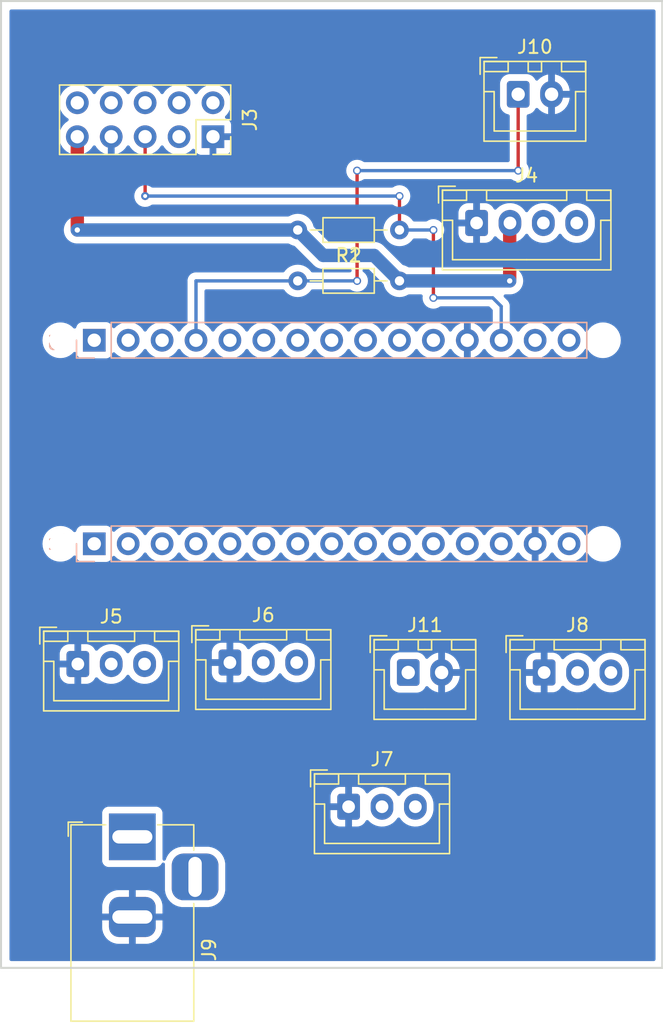
<source format=kicad_pcb>
(kicad_pcb (version 20221018) (generator pcbnew)
  (title_block (date "sam. 04 avril 2015"))
  (layers (0 "F.Cu" signal) (31 "B.Cu" signal) (34 "B.Paste" user) (35 "F.Paste" user) (36 "B.SilkS" user "B.Silkscreen") (37 "F.SilkS" user "F.Silkscreen") (38 "B.Mask" user) (39 "F.Mask" user) (44 "Edge.Cuts" user))
  (net 0 "")
  (net 1 "GND")
  (net 2 "/~{RESET}")
  (net 3 "VCC")
  (net 4 "/*D9")
  (net 5 "/D8")
  (net 6 "/D7")
  (net 7 "/*D6")
  (net 8 "/*D5")
  (net 9 "/D4")
  (net 10 "+5V")
  (net 11 "/A3")
  (net 12 "/A2")
  (net 13 "/A1")
  (net 14 "/A0")
  (net 15 "/AREF")
  (net 16 "/D0{slash}RX")
  (net 17 "/D1{slash}TX")
  (net 18 "+3V3")
  (net 19 "/A7")
  (net 20 "/A6")
  (net 21 "/A5{slash}SCL")
  (net 22 "/A4{slash}SDA")
  (net 23 "/D13{slash}SCK")
  (net 24 "/D2")
  (net 25 "/*D3")
  (net 26 "/*D10{slash}SS")
  (net 27 "/*D11{slash}MOSI")
  (net 28 "/D12{slash}MISO")
  (footprint "Connector_JST:JST_XH_B3B-XH-A_1x03_P2.50mm_Vertical" (layer "F.Cu") (at 137.505 108.365)
    (fp_text reference "J8" (at 2.5 -3.55) (layer "F.SilkS"))
    (fp_text value "to_ETC")
    (fp_line (start -2.85 -2.75) (end -2.85 -1.5) (stroke (width 0.12)) (layer "F.SilkS"))
    (fp_line (start -2.56 -2.46) (end -2.56 3.51) (stroke (width 0.12)) (layer "F.SilkS"))
    (fp_line (start -2.56 3.51) (end 7.56 3.51) (stroke (width 0.12)) (layer "F.SilkS"))
    (fp_line (start -2.55 -2.45) (end -2.55 -1.7) (stroke (width 0.12)) (layer "F.SilkS"))
    (fp_line (start -2.55 -1.7) (end -0.75 -1.7) (stroke (width 0.12)) (layer "F.SilkS"))
    (fp_line (start -2.55 -0.2) (end -1.8 -0.2) (stroke (width 0.12)) (layer "F.SilkS"))
    (fp_line (start -1.8 -0.2) (end -1.8 2.75) (stroke (width 0.12)) (layer "F.SilkS"))
    (fp_line (start -1.8 2.75) (end 2.5 2.75) (stroke (width 0.12)) (layer "F.SilkS"))
    (fp_line (start -1.6 -2.75) (end -2.85 -2.75) (stroke (width 0.12)) (layer "F.SilkS"))
    (fp_line (start -0.75 -2.45) (end -2.55 -2.45) (stroke (width 0.12)) (layer "F.SilkS"))
    (fp_line (start -0.75 -1.7) (end -0.75 -2.45) (stroke (width 0.12)) (layer "F.SilkS"))
    (fp_line (start 0.75 -2.45) (end 0.75 -1.7) (stroke (width 0.12)) (layer "F.SilkS"))
    (fp_line (start 0.75 -1.7) (end 4.25 -1.7) (stroke (width 0.12)) (layer "F.SilkS"))
    (fp_line (start 4.25 -2.45) (end 0.75 -2.45) (stroke (width 0.12)) (layer "F.SilkS"))
    (fp_line (start 4.25 -1.7) (end 4.25 -2.45) (stroke (width 0.12)) (layer "F.SilkS"))
    (fp_line (start 5.75 -2.45) (end 5.75 -1.7) (stroke (width 0.12)) (layer "F.SilkS"))
    (fp_line (start 5.75 -1.7) (end 7.55 -1.7) (stroke (width 0.12)) (layer "F.SilkS"))
    (fp_line (start 6.8 -0.2) (end 6.8 2.75) (stroke (width 0.12)) (layer "F.SilkS"))
    (fp_line (start 6.8 2.75) (end 2.5 2.75) (stroke (width 0.12)) (layer "F.SilkS"))
    (fp_line (start 7.55 -2.45) (end 5.75 -2.45) (stroke (width 0.12)) (layer "F.SilkS"))
    (fp_line (start 7.55 -1.7) (end 7.55 -2.45) (stroke (width 0.12)) (layer "F.SilkS"))
    (fp_line (start 7.55 -0.2) (end 6.8 -0.2) (stroke (width 0.12)) (layer "F.SilkS"))
    (fp_line (start 7.56 -2.46) (end -2.56 -2.46) (stroke (width 0.12)) (layer "F.SilkS"))
    (fp_line (start 7.56 3.51) (end 7.56 -2.46) (stroke (width 0.12)) (layer "F.SilkS"))
    (pad "1" thru_hole roundrect (at 0 0) (size 1.7 1.95) (drill 0.95) (layers "*.Cu" "*.Mask") (roundrect_rratio 0.147059) (net 1 "GND"))
    (pad "2" thru_hole oval (at 2.5 0) (size 1.7 1.95) (drill 0.95) (layers "*.Cu" "*.Mask") (net 11 "/A3"))
    (pad "3" thru_hole oval (at 5 0) (size 1.7 1.95) (drill 0.95) (layers "*.Cu" "*.Mask") (net 10 "+5V"))
  )
  (footprint "Arduino_MountingHole:MountingHole_65mil" (layer "F.Cu") (at 101.27 83.49)
    (fp_text reference "MH2" hide)
    (fp_text value "MountingHole_65mil" hide)
    (pad "" np_thru_hole circle locked (at 0 0) (size 1.651 1.651) (drill 1.651) (layers "F&B.Cu" "*.Mask"))
  )
  (footprint "Connector_BarrelJack:BarrelJack_Horizontal" (layer "F.Cu") (at 106.6625 120.67 90)
    (fp_text reference "J9" (at -8.45 5.75 90) (layer "F.SilkS"))
    (fp_text value "DC5V")
    (fp_line (start -13.8 -4.6) (end 0.9 -4.6) (stroke (width 0.12)) (layer "F.SilkS"))
    (fp_line (start -13.8 4.6) (end -13.8 -4.6) (stroke (width 0.12)) (layer "F.SilkS"))
    (fp_line (start -5 4.6) (end -13.8 4.6) (stroke (width 0.12)) (layer "F.SilkS"))
    (fp_line (start 0.05 -4.8) (end 1.1 -4.8) (stroke (width 0.12)) (layer "F.SilkS"))
    (fp_line (start 0.9 -4.6) (end 0.9 -2) (stroke (width 0.12)) (layer "F.SilkS"))
    (fp_line (start 0.9 1.9) (end 0.9 4.6) (stroke (width 0.12)) (layer "F.SilkS"))
    (fp_line (start 0.9 4.6) (end -1 4.6) (stroke (width 0.12)) (layer "F.SilkS"))
    (fp_line (start 1.1 -3.75) (end 1.1 -4.8) (stroke (width 0.12)) (layer "F.SilkS"))
    (pad "1" thru_hole rect (at 0 0 90) (size 3.5 3.5) (drill oval 1 3) (layers "*.Cu" "*.Mask") (net 10 "+5V"))
    (pad "2" thru_hole roundrect (at -6 0 90) (size 3 3.5) (drill oval 1 3) (layers "*.Cu" "*.Mask") (net 1 "GND"))
    (pad "3" thru_hole roundrect (at -3 4.7 90) (size 3.5 3.5) (drill oval 3 1) (layers "*.Cu" "*.Mask"))
  )
  (footprint "Connector_PinSocket_2.54mm:PinSocket_2x05_P2.54mm_Vertical" (layer "F.Cu") (at 112.7 68.25 -90)
    (fp_text reference "J3" (at -1.27 -2.77 90) (layer "F.SilkS"))
    (fp_text value "to_W5500")
    (fp_line (start -3.87 -1.33) (end -3.87 11.49) (stroke (width 0.12)) (layer "F.SilkS"))
    (fp_line (start -3.87 -1.33) (end -1.27 -1.33) (stroke (width 0.12)) (layer "F.SilkS"))
    (fp_line (start -3.87 11.49) (end 1.33 11.49) (stroke (width 0.12)) (layer "F.SilkS"))
    (fp_line (start -1.27 -1.33) (end -1.27 1.27) (stroke (width 0.12)) (layer "F.SilkS"))
    (fp_line (start -1.27 1.27) (end 1.33 1.27) (stroke (width 0.12)) (layer "F.SilkS"))
    (fp_line (start 0 -1.33) (end 1.33 -1.33) (stroke (width 0.12)) (layer "F.SilkS"))
    (fp_line (start 1.33 -1.33) (end 1.33 0) (stroke (width 0.12)) (layer "F.SilkS"))
    (fp_line (start 1.33 1.27) (end 1.33 11.49) (stroke (width 0.12)) (layer "F.SilkS"))
    (pad "1" thru_hole rect (at 0 0 270) (size 1.7 1.7) (drill 1) (layers "*.Cu" "*.Mask") (net 1 "GND"))
    (pad "2" thru_hole oval (at -2.54 0 270) (size 1.7 1.7) (drill 1) (layers "*.Cu" "*.Mask") (net 23 "/D13{slash}SCK"))
    (pad "3" thru_hole oval (at 0 2.54 270) (size 1.7 1.7) (drill 1) (layers "*.Cu" "*.Mask"))
    (pad "4" thru_hole oval (at -2.54 2.54 270) (size 1.7 1.7) (drill 1) (layers "*.Cu" "*.Mask") (net 26 "/*D10{slash}SS"))
    (pad "5" thru_hole oval (at 0 5.08 270) (size 1.7 1.7) (drill 1) (layers "*.Cu" "*.Mask") (net 2 "/~{RESET}"))
    (pad "6" thru_hole oval (at -2.54 5.08 270) (size 1.7 1.7) (drill 1) (layers "*.Cu" "*.Mask") (net 27 "/*D11{slash}MOSI"))
    (pad "7" thru_hole oval (at 0 7.62 270) (size 1.7 1.7) (drill 1) (layers "*.Cu" "*.Mask") (net 1 "GND"))
    (pad "8" thru_hole oval (at -2.54 7.62 270) (size 1.7 1.7) (drill 1) (layers "*.Cu" "*.Mask") (net 28 "/D12{slash}MISO"))
    (pad "9" thru_hole oval (at 0 10.16 270) (size 1.7 1.7) (drill 1) (layers "*.Cu" "*.Mask") (net 10 "+5V"))
    (pad "10" thru_hole oval (at -2.54 10.16 270) (size 1.7 1.7) (drill 1) (layers "*.Cu" "*.Mask"))
  )
  (footprint "Connector_JST:JST_XH_B2B-XH-A_1x02_P2.50mm_Vertical" (layer "F.Cu") (at 135.56 65.075)
    (fp_text reference "J10" (at 1.25 -3.55) (layer "F.SilkS"))
    (fp_text value "SELE")
    (fp_line (start -2.85 -2.75) (end -2.85 -1.5) (stroke (width 0.12)) (layer "F.SilkS"))
    (fp_line (start -2.56 -2.46) (end -2.56 3.51) (stroke (width 0.12)) (layer "F.SilkS"))
    (fp_line (start -2.56 3.51) (end 5.06 3.51) (stroke (width 0.12)) (layer "F.SilkS"))
    (fp_line (start -2.55 -2.45) (end -2.55 -1.7) (stroke (width 0.12)) (layer "F.SilkS"))
    (fp_line (start -2.55 -1.7) (end -0.75 -1.7) (stroke (width 0.12)) (layer "F.SilkS"))
    (fp_line (start -2.55 -0.2) (end -1.8 -0.2) (stroke (width 0.12)) (layer "F.SilkS"))
    (fp_line (start -1.8 -0.2) (end -1.8 2.75) (stroke (width 0.12)) (layer "F.SilkS"))
    (fp_line (start -1.8 2.75) (end 1.25 2.75) (stroke (width 0.12)) (layer "F.SilkS"))
    (fp_line (start -1.6 -2.75) (end -2.85 -2.75) (stroke (width 0.12)) (layer "F.SilkS"))
    (fp_line (start -0.75 -2.45) (end -2.55 -2.45) (stroke (width 0.12)) (layer "F.SilkS"))
    (fp_line (start -0.75 -1.7) (end -0.75 -2.45) (stroke (width 0.12)) (layer "F.SilkS"))
    (fp_line (start 0.75 -2.45) (end 0.75 -1.7) (stroke (width 0.12)) (layer "F.SilkS"))
    (fp_line (start 0.75 -1.7) (end 1.75 -1.7) (stroke (width 0.12)) (layer "F.SilkS"))
    (fp_line (start 1.75 -2.45) (end 0.75 -2.45) (stroke (width 0.12)) (layer "F.SilkS"))
    (fp_line (start 1.75 -1.7) (end 1.75 -2.45) (stroke (width 0.12)) (layer "F.SilkS"))
    (fp_line (start 3.25 -2.45) (end 3.25 -1.7) (stroke (width 0.12)) (layer "F.SilkS"))
    (fp_line (start 3.25 -1.7) (end 5.05 -1.7) (stroke (width 0.12)) (layer "F.SilkS"))
    (fp_line (start 4.3 -0.2) (end 4.3 2.75) (stroke (width 0.12)) (layer "F.SilkS"))
    (fp_line (start 4.3 2.75) (end 1.25 2.75) (stroke (width 0.12)) (layer "F.SilkS"))
    (fp_line (start 5.05 -2.45) (end 3.25 -2.45) (stroke (width 0.12)) (layer "F.SilkS"))
    (fp_line (start 5.05 -1.7) (end 5.05 -2.45) (stroke (width 0.12)) (layer "F.SilkS"))
    (fp_line (start 5.05 -0.2) (end 4.3 -0.2) (stroke (width 0.12)) (layer "F.SilkS"))
    (fp_line (start 5.06 -2.46) (end -2.56 -2.46) (stroke (width 0.12)) (layer "F.SilkS"))
    (fp_line (start 5.06 3.51) (end 5.06 -2.46) (stroke (width 0.12)) (layer "F.SilkS"))
    (pad "1" thru_hole roundrect (at 0 0) (size 1.7 2) (drill 1) (layers "*.Cu" "*.Mask") (roundrect_rratio 0.147059) (net 4 "/*D9"))
    (pad "2" thru_hole oval (at 2.5 0) (size 1.7 2) (drill 1) (layers "*.Cu" "*.Mask") (net 1 "GND"))
  )
  (footprint "Arduino_MountingHole:MountingHole_65mil" (layer "F.Cu") (at 141.91 98.73)
    (fp_text reference "MH4" hide)
    (fp_text value "MountingHole_65mil" hide)
    (pad "" np_thru_hole circle locked (at 0 0) (size 1.651 1.651) (drill 1.651) (layers "F&B.Cu" "*.Mask"))
  )
  (footprint "Connector_JST:JST_XH_B3B-XH-A_1x03_P2.50mm_Vertical" (layer "F.Cu") (at 113.97 107.62)
    (fp_text reference "J6" (at 2.5 -3.55) (layer "F.SilkS"))
    (fp_text value "to_HUMI")
    (fp_line (start -2.85 -2.75) (end -2.85 -1.5) (stroke (width 0.12)) (layer "F.SilkS"))
    (fp_line (start -2.56 -2.46) (end -2.56 3.51) (stroke (width 0.12)) (layer "F.SilkS"))
    (fp_line (start -2.56 3.51) (end 7.56 3.51) (stroke (width 0.12)) (layer "F.SilkS"))
    (fp_line (start -2.55 -2.45) (end -2.55 -1.7) (stroke (width 0.12)) (layer "F.SilkS"))
    (fp_line (start -2.55 -1.7) (end -0.75 -1.7) (stroke (width 0.12)) (layer "F.SilkS"))
    (fp_line (start -2.55 -0.2) (end -1.8 -0.2) (stroke (width 0.12)) (layer "F.SilkS"))
    (fp_line (start -1.8 -0.2) (end -1.8 2.75) (stroke (width 0.12)) (layer "F.SilkS"))
    (fp_line (start -1.8 2.75) (end 2.5 2.75) (stroke (width 0.12)) (layer "F.SilkS"))
    (fp_line (start -1.6 -2.75) (end -2.85 -2.75) (stroke (width 0.12)) (layer "F.SilkS"))
    (fp_line (start -0.75 -2.45) (end -2.55 -2.45) (stroke (width 0.12)) (layer "F.SilkS"))
    (fp_line (start -0.75 -1.7) (end -0.75 -2.45) (stroke (width 0.12)) (layer "F.SilkS"))
    (fp_line (start 0.75 -2.45) (end 0.75 -1.7) (stroke (width 0.12)) (layer "F.SilkS"))
    (fp_line (start 0.75 -1.7) (end 4.25 -1.7) (stroke (width 0.12)) (layer "F.SilkS"))
    (fp_line (start 4.25 -2.45) (end 0.75 -2.45) (stroke (width 0.12)) (layer "F.SilkS"))
    (fp_line (start 4.25 -1.7) (end 4.25 -2.45) (stroke (width 0.12)) (layer "F.SilkS"))
    (fp_line (start 5.75 -2.45) (end 5.75 -1.7) (stroke (width 0.12)) (layer "F.SilkS"))
    (fp_line (start 5.75 -1.7) (end 7.55 -1.7) (stroke (width 0.12)) (layer "F.SilkS"))
    (fp_line (start 6.8 -0.2) (end 6.8 2.75) (stroke (width 0.12)) (layer "F.SilkS"))
    (fp_line (start 6.8 2.75) (end 2.5 2.75) (stroke (width 0.12)) (layer "F.SilkS"))
    (fp_line (start 7.55 -2.45) (end 5.75 -2.45) (stroke (width 0.12)) (layer "F.SilkS"))
    (fp_line (start 7.55 -1.7) (end 7.55 -2.45) (stroke (width 0.12)) (layer "F.SilkS"))
    (fp_line (start 7.55 -0.2) (end 6.8 -0.2) (stroke (width 0.12)) (layer "F.SilkS"))
    (fp_line (start 7.56 -2.46) (end -2.56 -2.46) (stroke (width 0.12)) (layer "F.SilkS"))
    (fp_line (start 7.56 3.51) (end 7.56 -2.46) (stroke (width 0.12)) (layer "F.SilkS"))
    (pad "1" thru_hole roundrect (at 0 0) (size 1.7 1.95) (drill 0.95) (layers "*.Cu" "*.Mask") (roundrect_rratio 0.147059) (net 1 "GND"))
    (pad "2" thru_hole oval (at 2.5 0) (size 1.7 1.95) (drill 0.95) (layers "*.Cu" "*.Mask") (net 13 "/A1"))
    (pad "3" thru_hole oval (at 5 0) (size 1.7 1.95) (drill 0.95) (layers "*.Cu" "*.Mask") (net 10 "+5V"))
  )
  (footprint "Connector_JST:JST_XH_B2B-XH-A_1x02_P2.50mm_Vertical" (layer "F.Cu") (at 127.325 108.365)
    (fp_text reference "J11" (at 1.25 -3.55) (layer "F.SilkS"))
    (fp_text value "RESET")
    (fp_line (start -2.85 -2.75) (end -2.85 -1.5) (stroke (width 0.12)) (layer "F.SilkS"))
    (fp_line (start -2.56 -2.46) (end -2.56 3.51) (stroke (width 0.12)) (layer "F.SilkS"))
    (fp_line (start -2.56 3.51) (end 5.06 3.51) (stroke (width 0.12)) (layer "F.SilkS"))
    (fp_line (start -2.55 -2.45) (end -2.55 -1.7) (stroke (width 0.12)) (layer "F.SilkS"))
    (fp_line (start -2.55 -1.7) (end -0.75 -1.7) (stroke (width 0.12)) (layer "F.SilkS"))
    (fp_line (start -2.55 -0.2) (end -1.8 -0.2) (stroke (width 0.12)) (layer "F.SilkS"))
    (fp_line (start -1.8 -0.2) (end -1.8 2.75) (stroke (width 0.12)) (layer "F.SilkS"))
    (fp_line (start -1.8 2.75) (end 1.25 2.75) (stroke (width 0.12)) (layer "F.SilkS"))
    (fp_line (start -1.6 -2.75) (end -2.85 -2.75) (stroke (width 0.12)) (layer "F.SilkS"))
    (fp_line (start -0.75 -2.45) (end -2.55 -2.45) (stroke (width 0.12)) (layer "F.SilkS"))
    (fp_line (start -0.75 -1.7) (end -0.75 -2.45) (stroke (width 0.12)) (layer "F.SilkS"))
    (fp_line (start 0.75 -2.45) (end 0.75 -1.7) (stroke (width 0.12)) (layer "F.SilkS"))
    (fp_line (start 0.75 -1.7) (end 1.75 -1.7) (stroke (width 0.12)) (layer "F.SilkS"))
    (fp_line (start 1.75 -2.45) (end 0.75 -2.45) (stroke (width 0.12)) (layer "F.SilkS"))
    (fp_line (start 1.75 -1.7) (end 1.75 -2.45) (stroke (width 0.12)) (layer "F.SilkS"))
    (fp_line (start 3.25 -2.45) (end 3.25 -1.7) (stroke (width 0.12)) (layer "F.SilkS"))
    (fp_line (start 3.25 -1.7) (end 5.05 -1.7) (stroke (width 0.12)) (layer "F.SilkS"))
    (fp_line (start 4.3 -0.2) (end 4.3 2.75) (stroke (width 0.12)) (layer "F.SilkS"))
    (fp_line (start 4.3 2.75) (end 1.25 2.75) (stroke (width 0.12)) (layer "F.SilkS"))
    (fp_line (start 5.05 -2.45) (end 3.25 -2.45) (stroke (width 0.12)) (layer "F.SilkS"))
    (fp_line (start 5.05 -1.7) (end 5.05 -2.45) (stroke (width 0.12)) (layer "F.SilkS"))
    (fp_line (start 5.05 -0.2) (end 4.3 -0.2) (stroke (width 0.12)) (layer "F.SilkS"))
    (fp_line (start 5.06 -2.46) (end -2.56 -2.46) (stroke (width 0.12)) (layer "F.SilkS"))
    (fp_line (start 5.06 3.51) (end 5.06 -2.46) (stroke (width 0.12)) (layer "F.SilkS"))
    (pad "1" thru_hole roundrect (at 0 0) (size 1.7 2) (drill 1) (layers "*.Cu" "*.Mask") (roundrect_rratio 0.147059) (net 2 "/~{RESET}"))
    (pad "2" thru_hole oval (at 2.5 0) (size 1.7 2) (drill 1) (layers "*.Cu" "*.Mask") (net 1 "GND"))
  )
  (footprint "Connector_JST:JST_XH_B4B-XH-A_1x04_P2.50mm_Vertical" (layer "F.Cu") (at 132.445 74.71)
    (fp_text reference "J4" (at 3.75 -3.55) (layer "F.SilkS"))
    (fp_text value "to_LCD")
    (fp_line (start -2.85 -2.75) (end -2.85 -1.5) (stroke (width 0.12)) (layer "F.SilkS"))
    (fp_line (start -2.56 -2.46) (end -2.56 3.51) (stroke (width 0.12)) (layer "F.SilkS"))
    (fp_line (start -2.56 3.51) (end 10.06 3.51) (stroke (width 0.12)) (layer "F.SilkS"))
    (fp_line (start -2.55 -2.45) (end -2.55 -1.7) (stroke (width 0.12)) (layer "F.SilkS"))
    (fp_line (start -2.55 -1.7) (end -0.75 -1.7) (stroke (width 0.12)) (layer "F.SilkS"))
    (fp_line (start -2.55 -0.2) (end -1.8 -0.2) (stroke (width 0.12)) (layer "F.SilkS"))
    (fp_line (start -1.8 -0.2) (end -1.8 2.75) (stroke (width 0.12)) (layer "F.SilkS"))
    (fp_line (start -1.8 2.75) (end 3.75 2.75) (stroke (width 0.12)) (layer "F.SilkS"))
    (fp_line (start -1.6 -2.75) (end -2.85 -2.75) (stroke (width 0.12)) (layer "F.SilkS"))
    (fp_line (start -0.75 -2.45) (end -2.55 -2.45) (stroke (width 0.12)) (layer "F.SilkS"))
    (fp_line (start -0.75 -1.7) (end -0.75 -2.45) (stroke (width 0.12)) (layer "F.SilkS"))
    (fp_line (start 0.75 -2.45) (end 0.75 -1.7) (stroke (width 0.12)) (layer "F.SilkS"))
    (fp_line (start 0.75 -1.7) (end 6.75 -1.7) (stroke (width 0.12)) (layer "F.SilkS"))
    (fp_line (start 6.75 -2.45) (end 0.75 -2.45) (stroke (width 0.12)) (layer "F.SilkS"))
    (fp_line (start 6.75 -1.7) (end 6.75 -2.45) (stroke (width 0.12)) (layer "F.SilkS"))
    (fp_line (start 8.25 -2.45) (end 8.25 -1.7) (stroke (width 0.12)) (layer "F.SilkS"))
    (fp_line (start 8.25 -1.7) (end 10.05 -1.7) (stroke (width 0.12)) (layer "F.SilkS"))
    (fp_line (start 9.3 -0.2) (end 9.3 2.75) (stroke (width 0.12)) (layer "F.SilkS"))
    (fp_line (start 9.3 2.75) (end 3.75 2.75) (stroke (width 0.12)) (layer "F.SilkS"))
    (fp_line (start 10.05 -2.45) (end 8.25 -2.45) (stroke (width 0.12)) (layer "F.SilkS"))
    (fp_line (start 10.05 -1.7) (end 10.05 -2.45) (stroke (width 0.12)) (layer "F.SilkS"))
    (fp_line (start 10.05 -0.2) (end 9.3 -0.2) (stroke (width 0.12)) (layer "F.SilkS"))
    (fp_line (start 10.06 -2.46) (end -2.56 -2.46) (stroke (width 0.12)) (layer "F.SilkS"))
    (fp_line (start 10.06 3.51) (end 10.06 -2.46) (stroke (width 0.12)) (layer "F.SilkS"))
    (pad "1" thru_hole roundrect (at 0 0) (size 1.7 1.95) (drill 0.95) (layers "*.Cu" "*.Mask") (roundrect_rratio 0.147059) (net 1 "GND"))
    (pad "2" thru_hole oval (at 2.5 0) (size 1.7 1.95) (drill 0.95) (layers "*.Cu" "*.Mask") (net 10 "+5V"))
    (pad "3" thru_hole oval (at 5 0) (size 1.7 1.95) (drill 0.95) (layers "*.Cu" "*.Mask") (net 22 "/A4{slash}SDA"))
    (pad "4" thru_hole oval (at 7.5 0) (size 1.7 1.95) (drill 0.95) (layers "*.Cu" "*.Mask") (net 21 "/A5{slash}SCL"))
  )
  (footprint "Connector_JST:JST_XH_B3B-XH-A_1x03_P2.50mm_Vertical" (layer "F.Cu") (at 122.86 118.415)
    (fp_text reference "J7" (at 2.5 -3.55) (layer "F.SilkS"))
    (fp_text value "to_ILLU")
    (fp_line (start -2.85 -2.75) (end -2.85 -1.5) (stroke (width 0.12)) (layer "F.SilkS"))
    (fp_line (start -2.56 -2.46) (end -2.56 3.51) (stroke (width 0.12)) (layer "F.SilkS"))
    (fp_line (start -2.56 3.51) (end 7.56 3.51) (stroke (width 0.12)) (layer "F.SilkS"))
    (fp_line (start -2.55 -2.45) (end -2.55 -1.7) (stroke (width 0.12)) (layer "F.SilkS"))
    (fp_line (start -2.55 -1.7) (end -0.75 -1.7) (stroke (width 0.12)) (layer "F.SilkS"))
    (fp_line (start -2.55 -0.2) (end -1.8 -0.2) (stroke (width 0.12)) (layer "F.SilkS"))
    (fp_line (start -1.8 -0.2) (end -1.8 2.75) (stroke (width 0.12)) (layer "F.SilkS"))
    (fp_line (start -1.8 2.75) (end 2.5 2.75) (stroke (width 0.12)) (layer "F.SilkS"))
    (fp_line (start -1.6 -2.75) (end -2.85 -2.75) (stroke (width 0.12)) (layer "F.SilkS"))
    (fp_line (start -0.75 -2.45) (end -2.55 -2.45) (stroke (width 0.12)) (layer "F.SilkS"))
    (fp_line (start -0.75 -1.7) (end -0.75 -2.45) (stroke (width 0.12)) (layer "F.SilkS"))
    (fp_line (start 0.75 -2.45) (end 0.75 -1.7) (stroke (width 0.12)) (layer "F.SilkS"))
    (fp_line (start 0.75 -1.7) (end 4.25 -1.7) (stroke (width 0.12)) (layer "F.SilkS"))
    (fp_line (start 4.25 -2.45) (end 0.75 -2.45) (stroke (width 0.12)) (layer "F.SilkS"))
    (fp_line (start 4.25 -1.7) (end 4.25 -2.45) (stroke (width 0.12)) (layer "F.SilkS"))
    (fp_line (start 5.75 -2.45) (end 5.75 -1.7) (stroke (width 0.12)) (layer "F.SilkS"))
    (fp_line (start 5.75 -1.7) (end 7.55 -1.7) (stroke (width 0.12)) (layer "F.SilkS"))
    (fp_line (start 6.8 -0.2) (end 6.8 2.75) (stroke (width 0.12)) (layer "F.SilkS"))
    (fp_line (start 6.8 2.75) (end 2.5 2.75) (stroke (width 0.12)) (layer "F.SilkS"))
    (fp_line (start 7.55 -2.45) (end 5.75 -2.45) (stroke (width 0.12)) (layer "F.SilkS"))
    (fp_line (start 7.55 -1.7) (end 7.55 -2.45) (stroke (width 0.12)) (layer "F.SilkS"))
    (fp_line (start 7.55 -0.2) (end 6.8 -0.2) (stroke (width 0.12)) (layer "F.SilkS"))
    (fp_line (start 7.56 -2.46) (end -2.56 -2.46) (stroke (width 0.12)) (layer "F.SilkS"))
    (fp_line (start 7.56 3.51) (end 7.56 -2.46) (stroke (width 0.12)) (layer "F.SilkS"))
    (pad "1" thru_hole roundrect (at 0 0) (size 1.7 1.95) (drill 0.95) (layers "*.Cu" "*.Mask") (roundrect_rratio 0.147059) (net 1 "GND"))
    (pad "2" thru_hole oval (at 2.5 0) (size 1.7 1.95) (drill 0.95) (layers "*.Cu" "*.Mask") (net 12 "/A2"))
    (pad "3" thru_hole oval (at 5 0) (size 1.7 1.95) (drill 0.95) (layers "*.Cu" "*.Mask") (net 10 "+5V"))
  )
  (footprint "Arduino_MountingHole:MountingHole_65mil" (layer "F.Cu") (at 101.27 98.73)
    (fp_text reference "MH1" hide)
    (fp_text value "MountingHole_65mil" hide)
    (pad "" np_thru_hole circle locked (at 0 0) (size 1.651 1.651) (drill 1.651) (layers "F&B.Cu" "*.Mask"))
  )
  (footprint "Arduino_MountingHole:MountingHole_65mil" (layer "F.Cu") (at 141.91 83.49)
    (fp_text reference "MH3" hide)
    (fp_text value "MountingHole_65mil" hide)
    (pad "" np_thru_hole circle locked (at 0 0) (size 1.651 1.651) (drill 1.651) (layers "F&B.Cu" "*.Mask"))
  )
  (footprint "Connector_JST:JST_XH_B3B-XH-A_1x03_P2.50mm_Vertical" (layer "F.Cu") (at 102.58 107.73)
    (fp_text reference "J5" (at 2.5 -3.55) (layer "F.SilkS"))
    (fp_text value "to_TEMP")
    (fp_line (start -2.85 -2.75) (end -2.85 -1.5) (stroke (width 0.12)) (layer "F.SilkS"))
    (fp_line (start -2.56 -2.46) (end -2.56 3.51) (stroke (width 0.12)) (layer "F.SilkS"))
    (fp_line (start -2.56 3.51) (end 7.56 3.51) (stroke (width 0.12)) (layer "F.SilkS"))
    (fp_line (start -2.55 -2.45) (end -2.55 -1.7) (stroke (width 0.12)) (layer "F.SilkS"))
    (fp_line (start -2.55 -1.7) (end -0.75 -1.7) (stroke (width 0.12)) (layer "F.SilkS"))
    (fp_line (start -2.55 -0.2) (end -1.8 -0.2) (stroke (width 0.12)) (layer "F.SilkS"))
    (fp_line (start -1.8 -0.2) (end -1.8 2.75) (stroke (width 0.12)) (layer "F.SilkS"))
    (fp_line (start -1.8 2.75) (end 2.5 2.75) (stroke (width 0.12)) (layer "F.SilkS"))
    (fp_line (start -1.6 -2.75) (end -2.85 -2.75) (stroke (width 0.12)) (layer "F.SilkS"))
    (fp_line (start -0.75 -2.45) (end -2.55 -2.45) (stroke (width 0.12)) (layer "F.SilkS"))
    (fp_line (start -0.75 -1.7) (end -0.75 -2.45) (stroke (width 0.12)) (layer "F.SilkS"))
    (fp_line (start 0.75 -2.45) (end 0.75 -1.7) (stroke (width 0.12)) (layer "F.SilkS"))
    (fp_line (start 0.75 -1.7) (end 4.25 -1.7) (stroke (width 0.12)) (layer "F.SilkS"))
    (fp_line (start 4.25 -2.45) (end 0.75 -2.45) (stroke (width 0.12)) (layer "F.SilkS"))
    (fp_line (start 4.25 -1.7) (end 4.25 -2.45) (stroke (width 0.12)) (layer "F.SilkS"))
    (fp_line (start 5.75 -2.45) (end 5.75 -1.7) (stroke (width 0.12)) (layer "F.SilkS"))
    (fp_line (start 5.75 -1.7) (end 7.55 -1.7) (stroke (width 0.12)) (layer "F.SilkS"))
    (fp_line (start 6.8 -0.2) (end 6.8 2.75) (stroke (width 0.12)) (layer "F.SilkS"))
    (fp_line (start 6.8 2.75) (end 2.5 2.75) (stroke (width 0.12)) (layer "F.SilkS"))
    (fp_line (start 7.55 -2.45) (end 5.75 -2.45) (stroke (width 0.12)) (layer "F.SilkS"))
    (fp_line (start 7.55 -1.7) (end 7.55 -2.45) (stroke (width 0.12)) (layer "F.SilkS"))
    (fp_line (start 7.55 -0.2) (end 6.8 -0.2) (stroke (width 0.12)) (layer "F.SilkS"))
    (fp_line (start 7.56 -2.46) (end -2.56 -2.46) (stroke (width 0.12)) (layer "F.SilkS"))
    (fp_line (start 7.56 3.51) (end 7.56 -2.46) (stroke (width 0.12)) (layer "F.SilkS"))
    (pad "1" thru_hole roundrect (at 0 0) (size 1.7 1.95) (drill 0.95) (layers "*.Cu" "*.Mask") (roundrect_rratio 0.147059) (net 1 "GND"))
    (pad "2" thru_hole oval (at 2.5 0) (size 1.7 1.95) (drill 0.95) (layers "*.Cu" "*.Mask") (net 14 "/A0"))
    (pad "3" thru_hole oval (at 5 0) (size 1.7 1.95) (drill 0.95) (layers "*.Cu" "*.Mask") (net 10 "+5V"))
  )
  (footprint "Resistor_THT:R_Axial_DIN0204_L3.6mm_D1.6mm_P7.62mm_Horizontal" (layer "F.Cu") (at 126.67 75.235 180)
    (fp_text reference "R1" (at 3.81 -1.92) (layer "F.SilkS"))
    (fp_text value "10k")
    (fp_line (start 0.94 0) (end 1.89 0) (stroke (width 0.12)) (layer "F.SilkS"))
    (fp_line (start 1.89 -0.92) (end 1.89 0.92) (stroke (width 0.12)) (layer "F.SilkS"))
    (fp_line (start 1.89 0.92) (end 5.73 0.92) (stroke (width 0.12)) (layer "F.SilkS"))
    (fp_line (start 5.73 -0.92) (end 1.89 -0.92) (stroke (width 0.12)) (layer "F.SilkS"))
    (fp_line (start 5.73 0.92) (end 5.73 -0.92) (stroke (width 0.12)) (layer "F.SilkS"))
    (fp_line (start 6.68 0) (end 5.73 0) (stroke (width 0.12)) (layer "F.SilkS"))
    (pad "1" thru_hole circle (at 0 0 180) (size 1.4 1.4) (drill 0.7) (layers "*.Cu" "*.Mask") (net 2 "/~{RESET}"))
    (pad "2" thru_hole oval (at 7.62 0 180) (size 1.4 1.4) (drill 0.7) (layers "*.Cu" "*.Mask") (net 10 "+5V"))
  )
  (footprint "Resistor_THT:R_Axial_DIN0204_L3.6mm_D1.6mm_P7.62mm_Horizontal" (layer "F.Cu") (at 119.05 79.045)
    (fp_text reference "R2" (at 3.81 -1.92) (layer "F.SilkS"))
    (fp_text value "10k")
    (fp_line (start 0.94 0) (end 1.89 0) (stroke (width 0.12)) (layer "F.SilkS"))
    (fp_line (start 1.89 -0.92) (end 1.89 0.92) (stroke (width 0.12)) (layer "F.SilkS"))
    (fp_line (start 1.89 0.92) (end 5.73 0.92) (stroke (width 0.12)) (layer "F.SilkS"))
    (fp_line (start 5.73 -0.92) (end 1.89 -0.92) (stroke (width 0.12)) (layer "F.SilkS"))
    (fp_line (start 5.73 0.92) (end 5.73 -0.92) (stroke (width 0.12)) (layer "F.SilkS"))
    (fp_line (start 6.68 0) (end 5.73 0) (stroke (width 0.12)) (layer "F.SilkS"))
    (pad "1" thru_hole circle (at 0 0) (size 1.4 1.4) (drill 0.7) (layers "*.Cu" "*.Mask") (net 4 "/*D9"))
    (pad "2" thru_hole oval (at 7.62 0) (size 1.4 1.4) (drill 0.7) (layers "*.Cu" "*.Mask") (net 10 "+5V"))
  )
  (footprint "Connector_PinSocket_2.54mm:PinSocket_1x15_P2.54mm_Vertical" (layer "B.Cu") (at 103.81 98.73 -90)
    (fp_text reference "J1" (at 0 2.77 90) (layer "B.SilkS") (effects (justify mirror)))
    (fp_text value "Analog")
    (fp_line (start -1.33 -36.89) (end 1.33 -36.89) (stroke (width 0.12)) (layer "B.SilkS"))
    (fp_line (start -1.33 -1.27) (end -1.33 -36.89) (stroke (width 0.12)) (layer "B.SilkS"))
    (fp_line (start -1.33 -1.27) (end 1.33 -1.27) (stroke (width 0.12)) (layer "B.SilkS"))
    (fp_line (start 0 1.33) (end 1.33 1.33) (stroke (width 0.12)) (layer "B.SilkS"))
    (fp_line (start 1.33 -1.27) (end 1.33 -36.89) (stroke (width 0.12)) (layer "B.SilkS"))
    (fp_line (start 1.33 1.33) (end 1.33 0) (stroke (width 0.12)) (layer "B.SilkS"))
    (pad "1" thru_hole rect locked (at 0 0 270) (size 1.7 1.7) (drill 1) (layers "*.Cu" "*.Mask") (net 23 "/D13{slash}SCK"))
    (pad "2" thru_hole oval locked (at 0 -2.54 270) (size 1.7 1.7) (drill 1) (layers "*.Cu" "*.Mask") (net 18 "+3V3"))
    (pad "3" thru_hole oval locked (at 0 -5.08 270) (size 1.7 1.7) (drill 1) (layers "*.Cu" "*.Mask") (net 15 "/AREF"))
    (pad "4" thru_hole oval locked (at 0 -7.62 270) (size 1.7 1.7) (drill 1) (layers "*.Cu" "*.Mask") (net 14 "/A0"))
    (pad "5" thru_hole oval locked (at 0 -10.16 270) (size 1.7 1.7) (drill 1) (layers "*.Cu" "*.Mask") (net 13 "/A1"))
    (pad "6" thru_hole oval locked (at 0 -12.7 270) (size 1.7 1.7) (drill 1) (layers "*.Cu" "*.Mask") (net 12 "/A2"))
    (pad "7" thru_hole oval locked (at 0 -15.24 270) (size 1.7 1.7) (drill 1) (layers "*.Cu" "*.Mask") (net 11 "/A3"))
    (pad "8" thru_hole oval locked (at 0 -17.78 270) (size 1.7 1.7) (drill 1) (layers "*.Cu" "*.Mask") (net 22 "/A4{slash}SDA"))
    (pad "9" thru_hole oval locked (at 0 -20.32 270) (size 1.7 1.7) (drill 1) (layers "*.Cu" "*.Mask") (net 21 "/A5{slash}SCL"))
    (pad "10" thru_hole oval locked (at 0 -22.86 270) (size 1.7 1.7) (drill 1) (layers "*.Cu" "*.Mask") (net 20 "/A6"))
    (pad "11" thru_hole oval locked (at 0 -25.4 270) (size 1.7 1.7) (drill 1) (layers "*.Cu" "*.Mask") (net 19 "/A7"))
    (pad "12" thru_hole oval locked (at 0 -27.94 270) (size 1.7 1.7) (drill 1) (layers "*.Cu" "*.Mask") (net 10 "+5V"))
    (pad "13" thru_hole oval locked (at 0 -30.48 270) (size 1.7 1.7) (drill 1) (layers "*.Cu" "*.Mask") (net 2 "/~{RESET}"))
    (pad "14" thru_hole oval locked (at 0 -33.02 270) (size 1.7 1.7) (drill 1) (layers "*.Cu" "*.Mask") (net 1 "GND"))
    (pad "15" thru_hole oval locked (at 0 -35.56 270) (size 1.7 1.7) (drill 1) (layers "*.Cu" "*.Mask") (net 3 "VCC"))
  )
  (footprint "Connector_PinSocket_2.54mm:PinSocket_1x15_P2.54mm_Vertical" (layer "B.Cu") (at 103.81 83.49 -90)
    (fp_text reference "J2" (at 0 2.77 90) (layer "B.SilkS") (effects (justify mirror)))
    (fp_text value "Digital")
    (fp_line (start -1.33 -36.89) (end 1.33 -36.89) (stroke (width 0.12)) (layer "B.SilkS"))
    (fp_line (start -1.33 -1.27) (end -1.33 -36.89) (stroke (width 0.12)) (layer "B.SilkS"))
    (fp_line (start -1.33 -1.27) (end 1.33 -1.27) (stroke (width 0.12)) (layer "B.SilkS"))
    (fp_line (start 0 1.33) (end 1.33 1.33) (stroke (width 0.12)) (layer "B.SilkS"))
    (fp_line (start 1.33 -1.27) (end 1.33 -36.89) (stroke (width 0.12)) (layer "B.SilkS"))
    (fp_line (start 1.33 1.33) (end 1.33 0) (stroke (width 0.12)) (layer "B.SilkS"))
    (pad "1" thru_hole rect locked (at 0 0 270) (size 1.7 1.7) (drill 1) (layers "*.Cu" "*.Mask") (net 28 "/D12{slash}MISO"))
    (pad "2" thru_hole oval locked (at 0 -2.54 270) (size 1.7 1.7) (drill 1) (layers "*.Cu" "*.Mask") (net 27 "/*D11{slash}MOSI"))
    (pad "3" thru_hole oval locked (at 0 -5.08 270) (size 1.7 1.7) (drill 1) (layers "*.Cu" "*.Mask") (net 26 "/*D10{slash}SS"))
    (pad "4" thru_hole oval locked (at 0 -7.62 270) (size 1.7 1.7) (drill 1) (layers "*.Cu" "*.Mask") (net 4 "/*D9"))
    (pad "5" thru_hole oval locked (at 0 -10.16 270) (size 1.7 1.7) (drill 1) (layers "*.Cu" "*.Mask") (net 5 "/D8"))
    (pad "6" thru_hole oval locked (at 0 -12.7 270) (size 1.7 1.7) (drill 1) (layers "*.Cu" "*.Mask") (net 6 "/D7"))
    (pad "7" thru_hole oval locked (at 0 -15.24 270) (size 1.7 1.7) (drill 1) (layers "*.Cu" "*.Mask") (net 7 "/*D6"))
    (pad "8" thru_hole oval locked (at 0 -17.78 270) (size 1.7 1.7) (drill 1) (layers "*.Cu" "*.Mask") (net 8 "/*D5"))
    (pad "9" thru_hole oval locked (at 0 -20.32 270) (size 1.7 1.7) (drill 1) (layers "*.Cu" "*.Mask") (net 9 "/D4"))
    (pad "10" thru_hole oval locked (at 0 -22.86 270) (size 1.7 1.7) (drill 1) (layers "*.Cu" "*.Mask") (net 25 "/*D3"))
    (pad "11" thru_hole oval locked (at 0 -25.4 270) (size 1.7 1.7) (drill 1) (layers "*.Cu" "*.Mask") (net 24 "/D2"))
    (pad "12" thru_hole oval locked (at 0 -27.94 270) (size 1.7 1.7) (drill 1) (layers "*.Cu" "*.Mask") (net 1 "GND"))
    (pad "13" thru_hole oval locked (at 0 -30.48 270) (size 1.7 1.7) (drill 1) (layers "*.Cu" "*.Mask") (net 2 "/~{RESET}"))
    (pad "14" thru_hole oval locked (at 0 -33.02 270) (size 1.7 1.7) (drill 1) (layers "*.Cu" "*.Mask") (net 16 "/D0{slash}RX"))
    (pad "15" thru_hole oval locked (at 0 -35.56 270) (size 1.7 1.7) (drill 1) (layers "*.Cu" "*.Mask") (net 17 "/D1{slash}TX"))
  )
  (gr_rect (start 96.825 58.09) (end 146.355 130.48) (stroke (width 0.15)) (fill none) (layer "Edge.Cuts"))
  (segment (start 107.62 68.25) (end 107.62 72.695) (width 0.25) (layer "F.Cu") (net 2))
  (segment (start 129.21 75.235) (end 129.21 80.315) (width 0.25) (layer "F.Cu") (net 2))
  (segment (start 126.67 72.695) (end 126.67 75.235) (width 0.25) (layer "F.Cu") (net 2))
  (via (at 129.21 80.315) (size 0.6) (drill 0.4) (layers "F.Cu" "B.Cu") (net 2))
  (via (at 107.62 72.695) (size 0.6) (drill 0.3) (layers "F.Cu" "B.Cu") (net 2))
  (via (at 126.67 72.695) (size 0.6) (drill 0.4) (layers "F.Cu" "B.Cu") (net 2))
  (via (at 129.21 75.235) (size 0.6) (drill 0.4) (layers "F.Cu" "B.Cu") (net 2))
  (segment (start 133.655 80.315) (end 134.29 80.95) (width 0.25) (layer "B.Cu") (net 2))
  (segment (start 107.62 72.695) (end 126.67 72.695) (width 0.25) (layer "B.Cu") (net 2))
  (segment (start 126.67 75.235) (end 129.21 75.235) (width 0.25) (layer "B.Cu") (net 2))
  (segment (start 129.21 80.315) (end 133.655 80.315) (width 0.25) (layer "B.Cu") (net 2))
  (segment (start 134.29 80.95) (end 134.29 83.49) (width 0.25) (layer "B.Cu") (net 2))
  (segment (start 135.56 70.79) (end 135.56 65.075) (width 0.25) (layer "F.Cu") (net 4))
  (segment (start 123.495 79.045) (end 123.495 70.79) (width 0.25) (layer "F.Cu") (net 4))
  (via (at 123.495 79.045) (size 0.6) (drill 0.4) (layers "F.Cu" "B.Cu") (net 4))
  (via (at 123.495 70.79) (size 0.6) (drill 0.4) (layers "F.Cu" "B.Cu") (net 4))
  (via (at 135.56 70.79) (size 0.6) (drill 0.4) (layers "F.Cu" "B.Cu") (net 4))
  (segment (start 119.05 79.045) (end 123.495 79.045) (width 0.25) (layer "B.Cu") (net 4))
  (segment (start 111.43 79.045) (end 119.05 79.045) (width 0.25) (layer "B.Cu") (net 4))
  (segment (start 111.43 83.49) (end 111.43 79.045) (width 0.25) (layer "B.Cu") (net 4))
  (segment (start 123.495 70.79) (end 135.56 70.79) (width 0.25) (layer "B.Cu") (net 4))
  (segment (start 134.925 79.045) (end 134.925 74.73) (width 1) (layer "F.Cu") (net 10))
  (segment (start 134.925 74.73) (end 134.945 74.71) (width 1) (layer "F.Cu") (net 10))
  (segment (start 102.54 75.235) (end 102.54 68.25) (width 1) (layer "F.Cu") (net 10))
  (via (at 134.925 79.045) (size 0.8) (drill 0.4) (layers "F.Cu" "B.Cu") (net 10))
  (via (at 102.54 75.235) (size 0.8) (drill 0.4) (layers "F.Cu" "B.Cu") (net 10))
  (segment (start 124.765 77.14) (end 126.67 79.045) (width 1) (layer "B.Cu") (net 10))
  (segment (start 120.955 77.14) (end 124.765 77.14) (width 1) (layer "B.Cu") (net 10))
  (segment (start 119.05 75.235) (end 102.54 75.235) (width 1) (layer "B.Cu") (net 10))
  (segment (start 119.05 75.235) (end 120.955 77.14) (width 1) (layer "B.Cu") (net 10))
  (segment (start 126.67 79.045) (end 134.925 79.045) (width 1) (layer "B.Cu") (net 10))
  (zone (net 1) (net_name "GND") (layer "B.Cu") (connect_pads (clearance 0.508)) (min_thickness 0.254) (fill yes (thermal_gap 0.508) (thermal_bridge_width 0.508))
    (polygon (pts (xy 146.355 130.48) (xy 97.46 130.48) (xy 97.46 58.725) (xy 146.355 58.725)))
  )
)
</source>
